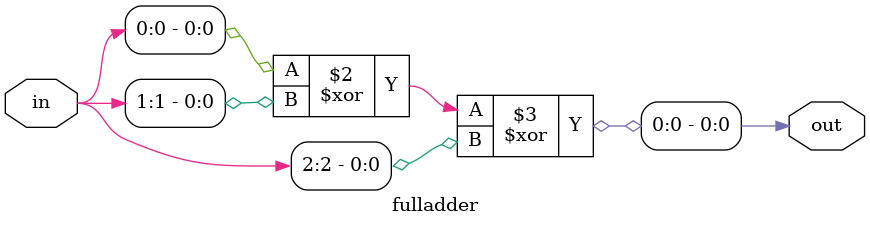
<source format=v>
`timescale 1ns / 1ps


module fulladder(input[2:0] in, output reg [1:0] out);
wire temp1, temp2;
always @(*) begin
    out[0] <= in[0]^in[1]^in[2];
    out[2] <= in[1]&in[2] || in[0]&in[2] || in[0]&in[1];
end

endmodule

</source>
